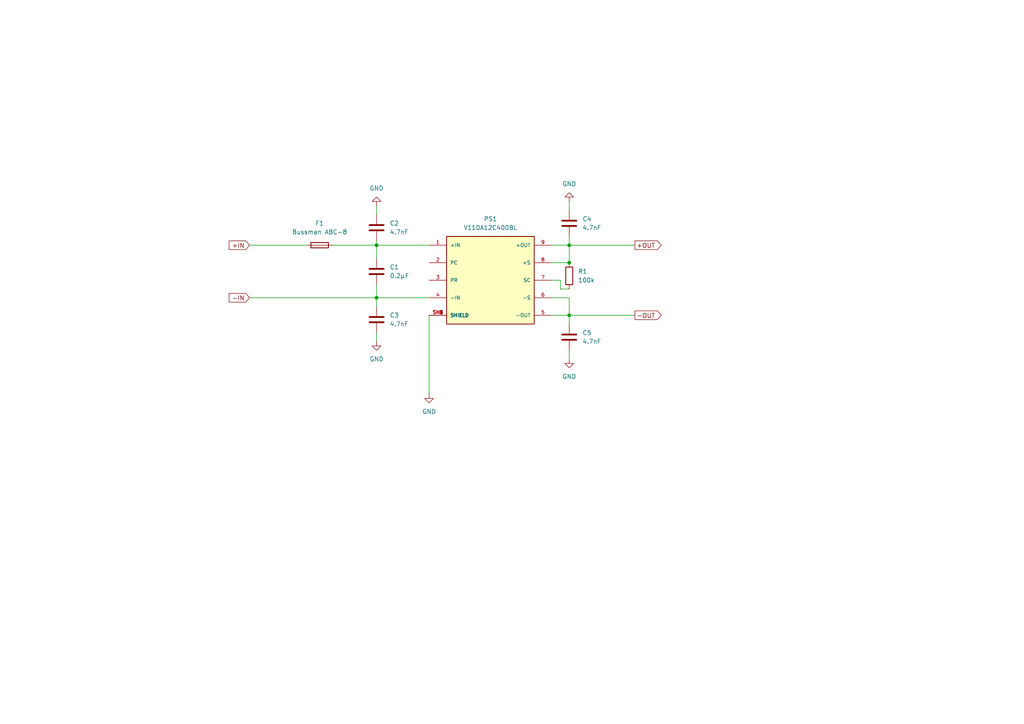
<source format=kicad_sch>
(kicad_sch (version 20250114) (generator "eeschema") (generator_version "9.0")
  (paper "A4")
  (lib_symbols
    (symbol "Device:C" (pin_numbers (hide yes)) (pin_names (offset 0.254))
      (property "Reference" "C" (at 0.635 2.54 0))
      (property "Value" "C" (at 0.635 -2.54 0))
      (symbol "C_0_1"
        (polyline (pts (xy -2.032 0.762) (xy 2.032 0.762)) (stroke (width 0.508)))
        (polyline (pts (xy -2.032 -0.762) (xy 2.032 -0.762)) (stroke (width 0.508)))
      )
      (symbol "C_1_1"
        (pin passive line (at 0 3.81 270) (length 2.794) (name "~") (number "1"))
        (pin passive line (at 0 -3.81 90) (length 2.794) (name "~") (number "2"))
      )
    )
    (symbol "Device:Fuse" (pin_numbers (hide yes)) (pin_names (offset 0))
      (property "Reference" "F" (at 2.032 0 90))
      (property "Value" "Fuse" (at -1.905 0 90))
      (symbol "Fuse_0_1"
        (rectangle (start -0.762 -2.54) (end 0.762 2.54) (stroke (width 0.254)))
        (polyline (pts (xy 0 2.54) (xy 0 -2.54)))
      )
      (symbol "Fuse_1_1"
        (pin passive line (at 0 3.81 270) (length 1.27) (name "~") (number "1"))
        (pin passive line (at 0 -3.81 90) (length 1.27) (name "~") (number "2"))
      )
    )
    (symbol "Device:R" (pin_numbers (hide yes)) (pin_names (offset 0))
      (property "Reference" "R" (at 2.032 0 90))
      (property "Value" "R" (at 0 0 90))
      (symbol "R_0_1"
        (rectangle (start -1.016 -2.54) (end 1.016 2.54) (stroke (width 0.254)))
      )
      (symbol "R_1_1"
        (pin passive line (at 0 3.81 270) (length 1.27) (name "~") (number "1"))
        (pin passive line (at 0 -3.81 90) (length 1.27) (name "~") (number "2"))
      )
    )
    (symbol "FS_4_Schematics_Library:V110A12C400BL" (pin_names (offset 1.016))
      (property "Reference" "PS" (at -12.7 13.335 0))
      (property "Value" "V110A12C400BL" (at -12.7 -15.24 0))
      (symbol "V110A12C400BL_0_0"
        (rectangle (start -12.7 12.7) (end 12.7 -12.7) (stroke (width 0.254)) (fill (type background)))
        (pin input line (at -17.78 10.16 0) (length 5.08) (name "+IN") (number "1"))
        (pin passive line (at -17.78 5.08 0) (length 5.08) (name "PC") (number "2"))
        (pin passive line (at -17.78 0 0) (length 5.08) (name "PR") (number "3"))
        (pin input line (at -17.78 -5.08 0) (length 5.08) (name "-IN") (number "4"))
        (pin passive line (at -17.78 -10.16 0) (length 5.08) (name "SHIELD") (number "SH1"))
        (pin passive line (at -17.78 -10.16 0) (length 5.08) (name "SHIELD") (number "SH2"))
        (pin passive line (at -17.78 -10.16 0) (length 5.08) (name "SHIELD") (number "SH3"))
        (pin passive line (at -17.78 -10.16 0) (length 5.08) (name "SHIELD") (number "SH4"))
        (pin passive line (at -17.78 -10.16 0) (length 5.08) (name "SHIELD") (number "SH5"))
        (pin passive line (at -17.78 -10.16 0) (length 5.08) (name "SHIELD") (number "SH6"))
        (pin output line (at 17.78 10.16 180) (length 5.08) (name "+OUT") (number "9"))
        (pin passive line (at 17.78 5.08 180) (length 5.08) (name "+S") (number "8"))
        (pin passive line (at 17.78 0 180) (length 5.08) (name "SC") (number "7"))
        (pin passive line (at 17.78 -5.08 180) (length 5.08) (name "-S") (number "6"))
        (pin output line (at 17.78 -10.16 180) (length 5.08) (name "-OUT") (number "5"))
      )
    )
    (symbol "power:GND" (power) (pin_numbers (hide yes)) (pin_names (offset 0) (hide yes))
      (property "Value" "GND" (at 0 -3.81 0))
      (symbol "GND_0_1"
        (polyline (pts (xy 0 0) (xy 0 -1.27) (xy 1.27 -1.27) (xy 0 -2.54) (xy -1.27 -1.27) (xy 0 -1.27)))
      )
      (symbol "GND_1_1"
        (pin power_in line (at 0 0 270) (length 0) (name "~") (number "1"))
      )
    )
  )
  (junction (at 165.1 76.2))
  (junction (at 109.22 86.36))
  (junction (at 165.1 71.12))
  (junction (at 165.1 91.44))
  (junction (at 109.22 71.12))
  (wire (pts (xy 109.22 74.93) (xy 109.22 71.12)))
  (wire (pts (xy 96.52 71.12) (xy 109.22 71.12)))
  (wire (pts (xy 124.46 91.44) (xy 124.46 114.3)))
  (wire (pts (xy 109.22 96.52) (xy 109.22 99.06)))
  (wire (pts (xy 109.22 71.12) (xy 124.46 71.12)))
  (wire (pts (xy 165.1 68.58) (xy 165.1 71.12)))
  (wire (pts (xy 160.02 71.12) (xy 165.1 71.12)))
  (wire (pts (xy 165.1 58.42) (xy 165.1 60.96)))
  (wire (pts (xy 165.1 101.6) (xy 165.1 104.14)))
  (wire (pts (xy 165.1 91.44) (xy 184.15 91.44)))
  (wire (pts (xy 162.56 83.82) (xy 165.1 83.82)))
  (wire (pts (xy 72.39 86.36) (xy 109.22 86.36)))
  (wire (pts (xy 165.1 91.44) (xy 165.1 93.98)))
  (wire (pts (xy 160.02 86.36) (xy 165.1 86.36)))
  (wire (pts (xy 72.39 71.12) (xy 88.9 71.12)))
  (wire (pts (xy 109.22 69.85) (xy 109.22 71.12)))
  (wire (pts (xy 160.02 81.28) (xy 162.56 81.28)))
  (wire (pts (xy 165.1 86.36) (xy 165.1 91.44)))
  (wire (pts (xy 160.02 91.44) (xy 165.1 91.44)))
  (wire (pts (xy 109.22 82.55) (xy 109.22 86.36)))
  (wire (pts (xy 109.22 59.69) (xy 109.22 62.23)))
  (wire (pts (xy 165.1 71.12) (xy 184.15 71.12)))
  (wire (pts (xy 109.22 86.36) (xy 109.22 88.9)))
  (wire (pts (xy 160.02 76.2) (xy 165.1 76.2)))
  (wire (pts (xy 162.56 81.28) (xy 162.56 83.82)))
  (wire (pts (xy 165.1 71.12) (xy 165.1 76.2)))
  (wire (pts (xy 109.22 86.36) (xy 124.46 86.36)))
  (global_label "+OUT" (shape output) (at 184.15 71.12 0) (property "Intersheetrefs" "${INTERSHEET_REFS}" (effects (hide yes))))
  (global_label "+IN" (shape input) (at 72.39 71.12 180) (property "Intersheetrefs" "${INTERSHEET_REFS}" (effects (hide yes))))
  (global_label "-IN" (shape input) (at 72.39 86.36 180) (property "Intersheetrefs" "${INTERSHEET_REFS}" (effects (hide yes))))
  (global_label "-OUT" (shape output) (at 184.15 91.44 0) (property "Intersheetrefs" "${INTERSHEET_REFS}" (effects (hide yes))))
  (symbol (lib_id "power:GND") (at 165.1 58.42 180) (unit 1)
    (property "Reference" "#PWR05" (effects (hide yes)))
    (property "Value" "GND" (at 165.1 53.34 0))
    (property "Description" "Power symbol creates a global label with name \"GND\" , ground" (effects (hide yes)))
  )
  (symbol (lib_id "Device:C") (at 165.1 97.79 0) (unit 1)
    (property "Reference" "C5" (at 168.91 96.5199 0) (effects (justify left)))
    (property "Value" "4.7nF" (at 168.91 99.0599 0) (effects (justify left)))
    (property "Footprint" "Capacitor_SMD:C_0805_2012Metric_Pad1.18x1.45mm_HandSolder" (effects (hide yes)))
    (property "Description" "Unpolarized capacitor" (effects (hide yes)))
  )
  (symbol (lib_id "Device:C") (at 165.1 64.77 0) (unit 1)
    (property "Reference" "C4" (at 168.91 63.4999 0) (effects (justify left)))
    (property "Value" "4.7nF" (at 168.91 66.0399 0) (effects (justify left)))
    (property "Footprint" "Capacitor_SMD:C_0805_2012Metric_Pad1.18x1.45mm_HandSolder" (effects (hide yes)))
    (property "Description" "Unpolarized capacitor" (effects (hide yes)))
  )
  (symbol (lib_id "Device:R") (at 165.1 80.01 180) (unit 1)
    (property "Reference" "R1" (at 167.64 78.7399 0) (effects (justify right)))
    (property "Value" "100k" (at 167.64 81.2799 0) (effects (justify right)))
    (property "Footprint" "Resistor_SMD:R_0805_2012Metric_Pad1.20x1.40mm_HandSolder" (effects (hide yes)))
    (property "Description" "Resistor" (effects (hide yes)))
  )
  (symbol (lib_id "power:GND") (at 109.22 99.06 0) (unit 1)
    (property "Reference" "#PWR03" (effects (hide yes)))
    (property "Value" "GND" (at 109.22 104.14 0))
    (property "Description" "Power symbol creates a global label with name \"GND\" , ground" (effects (hide yes)))
  )
  (symbol (lib_id "power:GND") (at 165.1 104.14 0) (unit 1)
    (property "Reference" "#PWR04" (effects (hide yes)))
    (property "Value" "GND" (at 165.1 109.22 0))
    (property "Description" "Power symbol creates a global label with name \"GND\" , ground" (effects (hide yes)))
  )
  (symbol (lib_id "Device:C") (at 109.22 92.71 0) (unit 1)
    (property "Reference" "C3" (at 113.03 91.4399 0) (effects (justify left)))
    (property "Value" "4.7nF" (at 113.03 93.9799 0) (effects (justify left)))
    (property "Footprint" "Capacitor_SMD:C_0805_2012Metric_Pad1.18x1.45mm_HandSolder" (effects (hide yes)))
    (property "Description" "Unpolarized capacitor" (effects (hide yes)))
  )
  (symbol (lib_id "Device:C") (at 109.22 78.74 0) (unit 1)
    (property "Reference" "C1" (at 113.03 77.4699 0) (effects (justify left)))
    (property "Value" "0.2µF" (at 113.03 80.0099 0) (effects (justify left)))
    (property "Footprint" "Capacitor_SMD:C_0805_2012Metric_Pad1.18x1.45mm_HandSolder" (effects (hide yes)))
    (property "Description" "Unpolarized capacitor" (effects (hide yes)))
  )
  (symbol (lib_id "power:GND") (at 109.22 59.69 180) (unit 1)
    (property "Reference" "#PWR02" (effects (hide yes)))
    (property "Value" "GND" (at 109.22 54.61 0))
    (property "Description" "Power symbol creates a global label with name \"GND\" , ground" (effects (hide yes)))
  )
  (symbol (lib_id "power:GND") (at 124.46 114.3 0) (unit 1)
    (property "Reference" "#PWR01" (effects (hide yes)))
    (property "Value" "GND" (at 124.46 119.38 0))
    (property "Description" "Power symbol creates a global label with name \"GND\" , ground" (effects (hide yes)))
  )
  (symbol (lib_id "FS_4_Schematics_Library:V110A12C400BL") (at 142.24 81.28 0) (unit 1)
    (property "Reference" "PS1" (at 142.24 63.5 0))
    (property "Value" "V110A12C400BL" (at 142.24 66.04 0))
    (property "Footprint" "FS_4_Footprint_Library:CONV_V110A12C400BL" (effects (hide yes)))
    (property "MF" "Vicor Corporation" (effects (hide yes)))
    (property "MAXIMUM_PACKAGE_HEIGHT" "13.50 mm" (effects (hide yes)))
    (property "Package" "Full Brick Vicor Corporation" (effects (hide yes)))
    (property "Price" "None" (effects (hide yes)))
    (property "Check_prices" "https://www.snapeda.com/parts/V110A12C400BL/Vicor+Corporation/view-part/?ref=eda" (effects (hide yes)))
    (property "STANDARD" "Manufacturer Recommendations" (effects (hide yes)))
    (property "PARTREV" "3.7" (effects (hide yes)))
    (property "SnapEDA_Link" "https://www.snapeda.com/parts/V110A12C400BL/Vicor+Corporation/view-part/?ref=snap" (effects (hide yes)))
    (property "MP" "V110A12C400BL" (effects (hide yes)))
    (property "Purchase-URL" "https://www.snapeda.com/api/url_track_click_mouser/?unipart_id=4592947&manufacturer=Vicor Corporation&part_name=V110A12C400BL&search_term=None" (effects (hide yes)))
    (property "Description_1" "Isolated Module 400W DC DC Converter Single Output 12V,33.33A Input 66V-154V" (effects (hide yes)))
    (property "Availability" "In Stock" (effects (hide yes)))
    (property "MANUFACTURER" "Vicor Corporation" (effects (hide yes)))
  )
  (symbol (lib_id "Device:C") (at 109.22 66.04 0) (unit 1)
    (property "Reference" "C2" (at 113.03 64.7699 0) (effects (justify left)))
    (property "Value" "4.7nF" (at 113.03 67.3099 0) (effects (justify left)))
    (property "Footprint" "Capacitor_SMD:C_0805_2012Metric_Pad1.18x1.45mm_HandSolder" (effects (hide yes)))
    (property "Description" "Unpolarized capacitor" (effects (hide yes)))
  )
  (symbol (lib_id "Device:Fuse") (at 92.71 71.12 90) (unit 1)
    (property "Reference" "F1" (at 92.71 64.77 90))
    (property "Value" "Bussman ABC-8" (at 92.71 67.31 90))
    (property "Description" "Fuse" (effects (hide yes)))
  )
)
</source>
